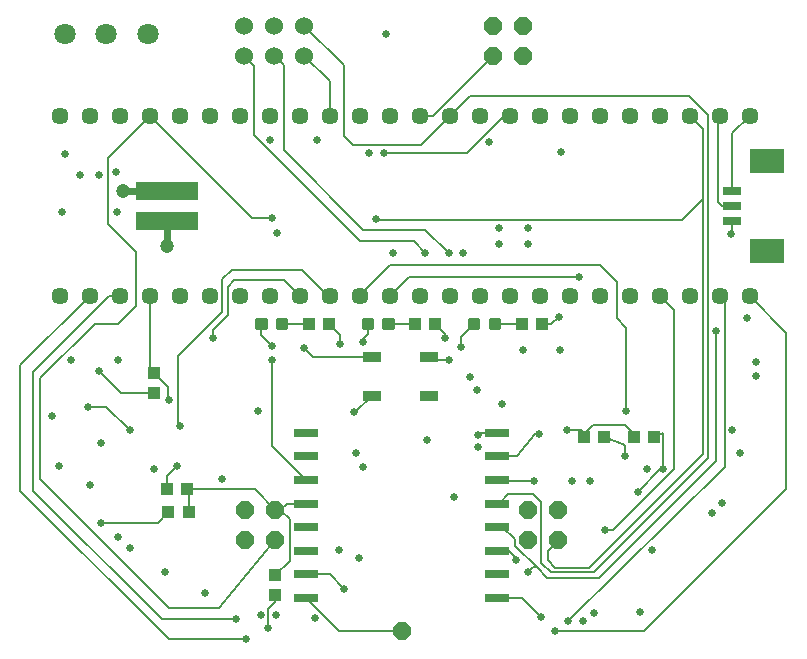
<source format=gbr>
G04 EAGLE Gerber RS-274X export*
G75*
%MOMM*%
%FSLAX34Y34*%
%LPD*%
%INBottom Copper*%
%IPPOS*%
%AMOC8*
5,1,8,0,0,1.08239X$1,22.5*%
G01*
%ADD10C,1.447800*%
%ADD11R,1.100000X1.000000*%
%ADD12C,0.300000*%
%ADD13P,1.656057X8X202.500000*%
%ADD14P,1.656057X8X22.500000*%
%ADD15R,1.500000X0.900000*%
%ADD16R,2.000000X0.800000*%
%ADD17R,1.000000X1.100000*%
%ADD18P,1.649562X8X22.500000*%
%ADD19R,5.330000X1.650000*%
%ADD20R,3.000000X2.100000*%
%ADD21R,1.600000X0.800000*%
%ADD22C,1.800000*%
%ADD23C,1.530000*%
%ADD24C,0.654000*%
%ADD25C,0.200000*%
%ADD26C,0.600000*%
%ADD27C,1.200000*%


D10*
X-99400Y303800D03*
X-74000Y303800D03*
X-48600Y303800D03*
X-23200Y303800D03*
X2200Y303800D03*
X27600Y303800D03*
X53000Y303800D03*
X78400Y303800D03*
X103800Y303800D03*
X129200Y303800D03*
X154600Y303800D03*
X180000Y303800D03*
X205400Y303800D03*
X230800Y303800D03*
X281600Y303800D03*
X307000Y303800D03*
X332400Y303800D03*
X357800Y303800D03*
X230800Y456200D03*
X205400Y456200D03*
X180000Y456200D03*
X154600Y456200D03*
X129200Y456200D03*
X103800Y456200D03*
X78400Y456200D03*
X53000Y456200D03*
X27600Y456200D03*
X2200Y456200D03*
X-23200Y456200D03*
X-48600Y456200D03*
X-74000Y456200D03*
X-99400Y456200D03*
X256200Y303800D03*
X357800Y456200D03*
X332400Y456200D03*
X307000Y456200D03*
X281600Y456200D03*
X256200Y456200D03*
X383200Y303800D03*
X408600Y303800D03*
X434000Y303800D03*
X459400Y303800D03*
X484800Y303800D03*
X484800Y456200D03*
X383200Y456200D03*
X408600Y456200D03*
X434000Y456200D03*
X459400Y456200D03*
D11*
X111500Y280000D03*
X128500Y280000D03*
X201500Y280000D03*
X218500Y280000D03*
D12*
X92270Y283500D02*
X92270Y276500D01*
X85270Y276500D01*
X85270Y283500D01*
X92270Y283500D01*
X92270Y279350D02*
X85270Y279350D01*
X85270Y282200D02*
X92270Y282200D01*
X74730Y283500D02*
X74730Y276500D01*
X67730Y276500D01*
X67730Y283500D01*
X74730Y283500D01*
X74730Y279350D02*
X67730Y279350D01*
X67730Y282200D02*
X74730Y282200D01*
X182270Y283500D02*
X182270Y276500D01*
X175270Y276500D01*
X175270Y283500D01*
X182270Y283500D01*
X182270Y279350D02*
X175270Y279350D01*
X175270Y282200D02*
X182270Y282200D01*
X164730Y283500D02*
X164730Y276500D01*
X157730Y276500D01*
X157730Y283500D01*
X164730Y283500D01*
X164730Y279350D02*
X157730Y279350D01*
X157730Y282200D02*
X164730Y282200D01*
D13*
X322700Y122700D03*
X322700Y97300D03*
X297300Y122700D03*
X297300Y97300D03*
X82700Y122700D03*
X82700Y97300D03*
X57300Y122700D03*
X57300Y97300D03*
D14*
X267300Y507300D03*
X267300Y532700D03*
X292700Y507300D03*
X292700Y532700D03*
D12*
X272270Y283500D02*
X272270Y276500D01*
X265270Y276500D01*
X265270Y283500D01*
X272270Y283500D01*
X272270Y279350D02*
X265270Y279350D01*
X265270Y282200D02*
X272270Y282200D01*
X254730Y283500D02*
X254730Y276500D01*
X247730Y276500D01*
X247730Y283500D01*
X254730Y283500D01*
X254730Y279350D02*
X247730Y279350D01*
X247730Y282200D02*
X254730Y282200D01*
D15*
X213500Y252500D03*
X213500Y219500D03*
X164500Y252500D03*
X164500Y219500D03*
D16*
X109000Y48000D03*
X109000Y68000D03*
X109000Y88000D03*
X109000Y108000D03*
X109000Y128000D03*
X109000Y148000D03*
X109000Y168000D03*
X109000Y188000D03*
X271000Y188000D03*
X271000Y168000D03*
X271000Y148000D03*
X271000Y128000D03*
X271000Y108000D03*
X271000Y88000D03*
X271000Y68000D03*
X271000Y48000D03*
D17*
X83000Y67500D03*
X83000Y50500D03*
D18*
X190000Y20000D03*
D19*
X-9100Y392700D03*
X-9100Y367300D03*
D20*
X499000Y418000D03*
D21*
X470000Y380000D03*
D20*
X499000Y342000D03*
D21*
X470000Y392500D03*
X470000Y367500D03*
D11*
X291500Y280000D03*
X308500Y280000D03*
X-8500Y140000D03*
X8500Y140000D03*
X-7500Y121000D03*
X9500Y121000D03*
X403500Y184000D03*
X386500Y184000D03*
X361500Y184000D03*
X344500Y184000D03*
D17*
X-20000Y221500D03*
X-20000Y238500D03*
D22*
X-60000Y526000D03*
X-25000Y526000D03*
X-95000Y526000D03*
D23*
X56600Y532700D03*
X82000Y532700D03*
X107400Y532700D03*
X56600Y507300D03*
X82000Y507300D03*
X107400Y507300D03*
D24*
X-95000Y424000D03*
X154000Y82000D03*
X255000Y176000D03*
X234000Y134000D03*
X23328Y51944D03*
X308000Y32000D03*
X183000Y340000D03*
X38000Y149000D03*
X349000Y147000D03*
X84000Y357000D03*
X-20000Y157000D03*
X398000Y157556D03*
X470000Y190000D03*
X401629Y88345D03*
X-74000Y144000D03*
X-90000Y250000D03*
X-100000Y160000D03*
X392000Y36000D03*
X248000Y235000D03*
X137000Y89000D03*
X-10000Y70000D03*
X334000Y147000D03*
X482000Y285000D03*
X476000Y171000D03*
X117000Y31000D03*
X151000Y171000D03*
X157000Y159000D03*
X211000Y182000D03*
X275000Y212000D03*
X254000Y224000D03*
X68000Y206000D03*
X264000Y434000D03*
X177000Y526000D03*
X-50000Y250000D03*
X324000Y258000D03*
X293000Y258000D03*
D25*
X470000Y357000D02*
X470000Y367500D01*
X470000Y357000D02*
X469000Y356000D01*
D24*
X469000Y356000D03*
D25*
X-9000Y346000D02*
X-9100Y346100D01*
D26*
X-9100Y367300D01*
D27*
X-9000Y346000D03*
D25*
X271000Y48000D02*
X292000Y48000D01*
X308000Y32000D01*
X83000Y45000D02*
X83000Y50500D01*
X83000Y45000D02*
X77000Y39000D01*
X77000Y23000D01*
D24*
X77000Y23000D03*
D25*
X138000Y270500D02*
X128500Y280000D01*
X138000Y270500D02*
X138000Y263000D01*
D24*
X138000Y263000D03*
D25*
X218500Y280000D02*
X227000Y271500D01*
X227000Y268000D01*
D24*
X227000Y268000D03*
D25*
X308500Y280000D02*
X316698Y280000D01*
X323000Y286302D01*
D24*
X323000Y286302D03*
D25*
X129000Y68000D02*
X109000Y68000D01*
X129000Y68000D02*
X141000Y56000D01*
D24*
X141000Y56000D03*
D25*
X-20000Y221500D02*
X-47500Y221500D01*
X-66000Y240000D01*
D24*
X-66000Y240000D03*
D25*
X257000Y188000D02*
X271000Y188000D01*
X257000Y188000D02*
X255000Y186000D01*
D24*
X255000Y186000D03*
D25*
X164500Y219500D02*
X150698Y205698D01*
X150000Y205698D01*
D24*
X150000Y205698D03*
X-98000Y375000D03*
X-51000Y375000D03*
X272000Y348000D03*
X297000Y348000D03*
X118620Y436000D03*
X78456Y435456D03*
X490000Y236000D03*
X-66000Y406000D03*
X453000Y120000D03*
X343620Y29000D03*
X-106000Y202000D03*
X230000Y250000D03*
X325000Y426000D03*
X241620Y340000D03*
X162356Y424644D03*
X70552Y33985D03*
X83940Y34000D03*
X-50000Y100000D03*
X-40386Y90376D03*
X-65000Y179000D03*
X352940Y35000D03*
X461420Y128490D03*
X490000Y247940D03*
D25*
X71230Y270390D02*
X71230Y280000D01*
X71230Y270390D02*
X80000Y261620D01*
D24*
X80000Y261620D03*
D25*
X216000Y250000D02*
X230000Y250000D01*
X216000Y250000D02*
X213500Y252500D01*
D24*
X-82000Y406000D03*
X-52000Y409000D03*
X272000Y361698D03*
X297000Y361698D03*
X157000Y265000D03*
D25*
X95000Y79500D02*
X83000Y67500D01*
X95000Y79500D02*
X95000Y115000D01*
X157000Y267770D02*
X161230Y272000D01*
X157000Y267770D02*
X157000Y265000D01*
X161230Y272000D02*
X161230Y280000D01*
D24*
X330000Y190000D03*
D25*
X65400Y140000D02*
X8500Y140000D01*
X65400Y140000D02*
X82700Y122700D01*
X9500Y121000D02*
X9500Y139000D01*
X8500Y140000D01*
X82700Y122700D02*
X87300Y122700D01*
X95000Y115000D01*
X92600Y128000D02*
X109000Y128000D01*
X92600Y128000D02*
X87300Y122700D01*
X386500Y184000D02*
X386500Y187000D01*
X379230Y194270D01*
X351770Y194270D02*
X344500Y187000D01*
X344500Y184000D01*
X351770Y194270D02*
X379230Y194270D01*
X344500Y187000D02*
X341500Y190000D01*
X330000Y190000D01*
D24*
X168000Y369000D03*
D25*
X445000Y386000D02*
X445000Y170000D01*
X445000Y445200D02*
X434000Y456200D01*
X445000Y445200D02*
X445000Y386000D01*
X427000Y368000D01*
X169000Y368000D01*
X168000Y369000D01*
X322700Y97300D02*
X313524Y88124D01*
X313524Y80000D01*
X320000Y73524D01*
X348524Y73524D01*
X445000Y170000D01*
X82700Y97300D02*
X35400Y40000D01*
X-7000Y40000D01*
X-116000Y149000D02*
X-116000Y234000D01*
X-116000Y149000D02*
X-7000Y40000D01*
X-116000Y234000D02*
X-70000Y280000D01*
D24*
X80000Y370000D03*
D25*
X63000Y370000D01*
X-23200Y456200D01*
X-50000Y280000D02*
X-70000Y280000D01*
X-35091Y340739D02*
X-59000Y364648D01*
X-35091Y294909D02*
X-50000Y280000D01*
X-35091Y294909D02*
X-35091Y340739D01*
X-59000Y420400D02*
X-23200Y456200D01*
X-59000Y420400D02*
X-59000Y364648D01*
X216200Y456200D02*
X267300Y507300D01*
X216200Y456200D02*
X205400Y456200D01*
X111500Y280000D02*
X88770Y280000D01*
X178770Y280000D02*
X201500Y280000D01*
D24*
X240000Y260556D03*
D25*
X240000Y268770D02*
X251230Y280000D01*
X240000Y268770D02*
X240000Y260556D01*
D24*
X175000Y425000D03*
D25*
X276600Y456200D02*
X281600Y456200D01*
X276600Y456200D02*
X245400Y425000D01*
X175000Y425000D01*
X164500Y252500D02*
X114500Y252500D01*
X107000Y260000D01*
D24*
X107000Y260000D03*
D25*
X302800Y187000D02*
X306000Y187000D01*
X287600Y168000D02*
X271000Y168000D01*
X287600Y168000D02*
X302800Y187000D01*
D24*
X306000Y187000D03*
X230000Y340000D03*
D25*
X90000Y499300D02*
X82000Y507300D01*
X90000Y427088D02*
X157088Y360000D01*
X210000Y360000D01*
X230000Y340000D01*
X90000Y427088D02*
X90000Y499300D01*
X272000Y147000D02*
X302000Y147000D01*
X272000Y147000D02*
X271000Y148000D01*
D24*
X302000Y147000D03*
X210000Y340000D03*
D25*
X65000Y498900D02*
X56600Y507300D01*
X65000Y498900D02*
X65000Y440000D01*
X155000Y350000D01*
X200000Y350000D01*
X210000Y340000D01*
X271000Y108000D02*
X275152Y108000D01*
X286156Y98448D01*
X286156Y92098D01*
X304127Y74127D01*
X313254Y65000D01*
X357000Y65000D01*
X456066Y164066D02*
X456066Y274000D01*
D24*
X456066Y274000D03*
D25*
X456066Y164066D02*
X357000Y65000D01*
D24*
X297000Y70000D03*
D25*
X301127Y74127D01*
X304127Y74127D01*
X109000Y148000D02*
X80000Y177000D01*
X80000Y250000D01*
D24*
X80000Y250000D03*
X-65000Y112000D03*
D25*
X-16500Y112000D02*
X-7500Y121000D01*
X-16500Y112000D02*
X-65000Y112000D01*
D24*
X0Y160000D03*
D25*
X-8500Y151500D02*
X-8500Y140000D01*
X-8500Y151500D02*
X0Y160000D01*
D24*
X-76000Y210000D03*
D25*
X-60000Y210000D01*
X-40000Y190000D01*
D24*
X-40000Y190000D03*
D25*
X-20000Y238500D02*
X-23200Y241700D01*
X-23200Y303800D01*
D24*
X-7000Y216000D03*
D25*
X-8000Y217000D02*
X-8000Y226500D01*
X-8000Y217000D02*
X-7000Y216000D01*
X-8000Y226500D02*
X-20000Y238500D01*
D24*
X30000Y268000D03*
D25*
X30000Y275016D02*
X42524Y287540D01*
X30000Y275016D02*
X30000Y268000D01*
X42524Y311690D02*
X48000Y317166D01*
X90434Y317166D01*
X103800Y303800D01*
X42524Y311690D02*
X42524Y287540D01*
X361500Y184000D02*
X379000Y177500D01*
X379000Y168000D01*
D24*
X379000Y168000D03*
X390000Y138000D03*
D25*
X409000Y157000D02*
X411000Y157000D01*
X409000Y157000D02*
X390000Y138000D01*
D24*
X411000Y157000D03*
D25*
X403500Y184000D02*
X411000Y187500D01*
X411000Y157000D01*
X154600Y303800D02*
X153800Y303800D01*
D24*
X380000Y206000D03*
D25*
X180000Y330000D02*
X153800Y303800D01*
X380000Y277000D02*
X380000Y206000D01*
X380000Y277000D02*
X372000Y285000D01*
X372000Y316000D01*
X358000Y330000D01*
X180000Y330000D01*
D24*
X2000Y194000D03*
D25*
X1000Y195000D02*
X1000Y253000D01*
X1000Y195000D02*
X2000Y194000D01*
X1000Y253000D02*
X38000Y290000D01*
X45903Y325690D02*
X105310Y325690D01*
X127200Y303800D01*
X129200Y303800D01*
X38000Y290000D02*
X38000Y317787D01*
X45903Y325690D01*
D24*
X340000Y320000D03*
D25*
X196200Y320000D01*
X180000Y303800D01*
D24*
X50000Y30000D03*
D25*
X-13000Y30000D01*
X-122000Y139000D01*
X-57600Y303800D02*
X-48600Y303800D01*
X-57600Y303800D02*
X-122000Y239400D01*
X-122000Y139000D01*
D24*
X58000Y13000D03*
D25*
X-6790Y13000D01*
X-132844Y139054D01*
X-132844Y244956D02*
X-74000Y303800D01*
X-132844Y244956D02*
X-132844Y139054D01*
D24*
X320000Y20000D03*
D25*
X395306Y20000D01*
X515730Y272870D02*
X484800Y303800D01*
X515730Y140424D02*
X395306Y20000D01*
X515730Y140424D02*
X515730Y272870D01*
D24*
X331000Y29000D03*
D25*
X463400Y159305D01*
X463400Y299800D02*
X459400Y303800D01*
X463400Y299800D02*
X463400Y159305D01*
X190000Y20000D02*
X137000Y20000D01*
X109000Y48000D01*
D24*
X287000Y80000D03*
X362000Y106000D03*
D25*
X369272Y106000D01*
X420476Y157204D01*
X420476Y291924D02*
X408600Y303800D01*
X420476Y291924D02*
X420476Y157204D01*
X281000Y88000D02*
X271000Y88000D01*
X287000Y82000D02*
X287000Y80000D01*
X287000Y82000D02*
X281000Y88000D01*
D27*
X-46000Y392968D03*
D26*
X-45732Y392700D02*
X-9100Y392700D01*
X-45732Y392700D02*
X-46000Y392968D01*
D25*
X470000Y392500D02*
X470000Y441400D01*
X484800Y456200D01*
X459400Y456200D02*
X457400Y454200D01*
X457400Y383600D01*
X461000Y380000D01*
X470000Y380000D01*
X291500Y280000D02*
X268770Y280000D01*
X129200Y485500D02*
X107400Y507300D01*
X129200Y485500D02*
X129200Y456200D01*
X301121Y135879D02*
X308000Y129000D01*
X353000Y70000D02*
X449510Y166510D01*
X449510Y456677D02*
X433097Y473090D01*
X247690Y473090D02*
X230800Y456200D01*
X247690Y473090D02*
X433097Y473090D01*
X449510Y456677D02*
X449510Y166510D01*
X308000Y129000D02*
X308000Y78000D01*
X316000Y70000D01*
X353000Y70000D01*
X301121Y135879D02*
X280000Y135879D01*
X148444Y431556D02*
X141000Y439000D01*
X148444Y431556D02*
X206156Y431556D01*
X230800Y456200D01*
X141000Y439000D02*
X141000Y499100D01*
X107400Y532700D01*
X280000Y135879D02*
X272121Y128000D01*
X271000Y128000D01*
M02*

</source>
